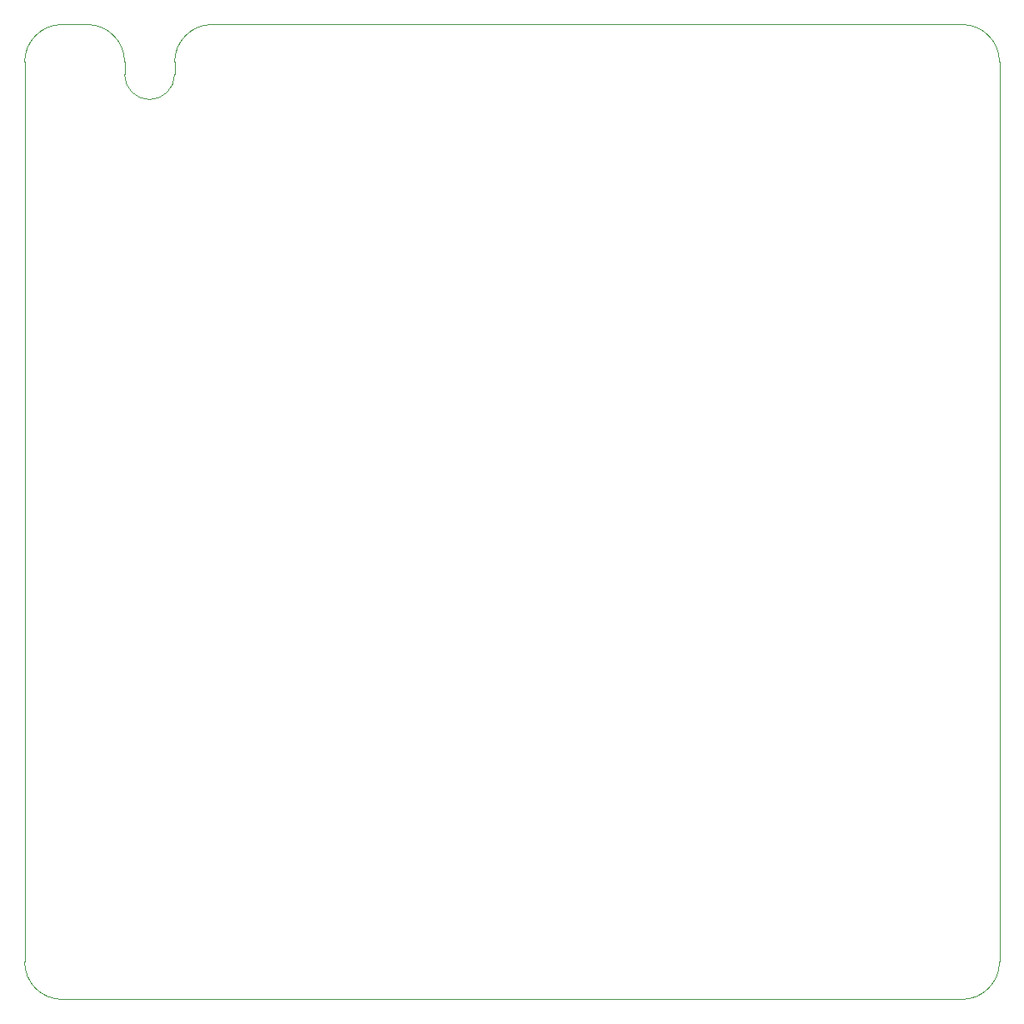
<source format=gbr>
%TF.GenerationSoftware,KiCad,Pcbnew,8.0.4-8.0.4-0~ubuntu22.04.1*%
%TF.CreationDate,2024-08-07T19:55:21+03:00*%
%TF.ProjectId,main,6d61696e-2e6b-4696-9361-645f70636258,rev?*%
%TF.SameCoordinates,Original*%
%TF.FileFunction,Profile,NP*%
%FSLAX46Y46*%
G04 Gerber Fmt 4.6, Leading zero omitted, Abs format (unit mm)*
G04 Created by KiCad (PCBNEW 8.0.4-8.0.4-0~ubuntu22.04.1) date 2024-08-07 19:55:21*
%MOMM*%
%LPD*%
G01*
G04 APERTURE LIST*
%TA.AperFunction,Profile*%
%ADD10C,0.050000*%
%TD*%
G04 APERTURE END LIST*
D10*
X25400000Y-146050000D02*
X25400000Y-54610000D01*
X35560000Y-55880000D02*
X35560000Y-54610000D01*
X29210000Y-50800000D02*
X31750000Y-50800000D01*
X38100000Y-58420000D02*
G75*
G02*
X35560000Y-55880000I0J2540000D01*
G01*
X120650000Y-50800000D02*
G75*
G02*
X124460000Y-54610000I0J-3810000D01*
G01*
X120650000Y-149860000D02*
X29210000Y-149860000D01*
X40640000Y-55880000D02*
G75*
G02*
X38100000Y-58420000I-2540000J0D01*
G01*
X40640000Y-54610000D02*
X40640000Y-55880000D01*
X124460000Y-54610000D02*
X124460000Y-146050000D01*
X124460000Y-146050000D02*
G75*
G02*
X120650000Y-149860000I-3810000J0D01*
G01*
X25400000Y-54610000D02*
G75*
G02*
X29210000Y-50800000I3810000J0D01*
G01*
X40640000Y-54610000D02*
G75*
G02*
X44450000Y-50800000I3810000J0D01*
G01*
X29210000Y-149860000D02*
G75*
G02*
X25400000Y-146050000I0J3810000D01*
G01*
X44450000Y-50800000D02*
X120650000Y-50800000D01*
X31750000Y-50800000D02*
G75*
G02*
X35560000Y-54610000I0J-3810000D01*
G01*
M02*

</source>
